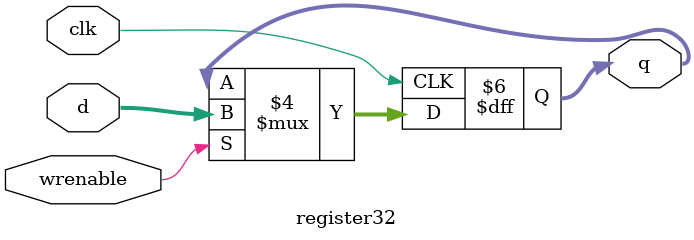
<source format=v>

module register32
(
output reg[31:0] q,
input[31:0] d,
input wrenable,
input	clk
);
  initial begin
    q = 32'b0;
  end

  always @(posedge clk) begin
    if(wrenable) begin
      q = d;
    end
  end

endmodule

</source>
